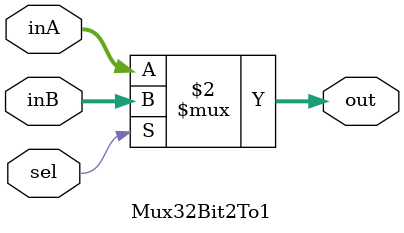
<source format=v>
`timescale 1ns / 1ps


module Mux32Bit2To1(out, inA, inB, sel);

    output  [31:0] out;
    
    input [31:0] inA;
    input [31:0] inB;
    input sel;

   /* always@(sel, inA, inB) begin

    if(sel == 0)
         out = inA;
    
    else
       out = inB;

   end*/
   assign out = (sel == 0) ? inA : inB;

endmodule

</source>
